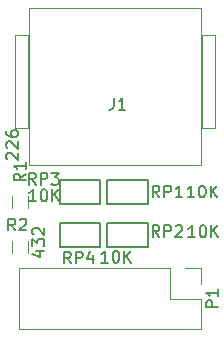
<source format=gto>
G04 #@! TF.FileFunction,Legend,Top*
%FSLAX46Y46*%
G04 Gerber Fmt 4.6, Leading zero omitted, Abs format (unit mm)*
G04 Created by KiCad (PCBNEW 4.0.4-stable) date 05/23/17 22:39:58*
%MOMM*%
%LPD*%
G01*
G04 APERTURE LIST*
%ADD10C,0.100000*%
%ADD11C,0.120000*%
%ADD12C,0.150000*%
G04 APERTURE END LIST*
D10*
X2424429Y27358979D02*
X16988875Y27358979D01*
X16988875Y27358979D02*
X16988875Y14067052D01*
X16988875Y14067052D02*
X2424429Y14067052D01*
X2424429Y14067052D02*
X2424429Y27358979D01*
X1252584Y25066025D02*
X2361314Y25066025D01*
X2361314Y25066025D02*
X2361314Y17204120D01*
X2361314Y17204120D02*
X1252584Y17204120D01*
X1252584Y17204120D02*
X1252584Y25066025D01*
X17077188Y25065802D02*
X18185918Y25065802D01*
X18185918Y25065802D02*
X18185918Y17203897D01*
X18185918Y17203897D02*
X17077188Y17203897D01*
X17077188Y17203897D02*
X17077188Y25065802D01*
D11*
X1034500Y10485500D02*
X1034500Y11485500D01*
X2394500Y11485500D02*
X2394500Y10485500D01*
X1034500Y6675500D02*
X1034500Y7675500D01*
X2394500Y7675500D02*
X2394500Y6675500D01*
D12*
X12494500Y12810500D02*
X12494500Y10810500D01*
X12494500Y10810500D02*
X9094500Y10810500D01*
X9094500Y10810500D02*
X9094500Y12810500D01*
X9094500Y12810500D02*
X12494500Y12810500D01*
X12494500Y9191500D02*
X12494500Y7191500D01*
X12494500Y7191500D02*
X9094500Y7191500D01*
X9094500Y7191500D02*
X9094500Y9191500D01*
X9094500Y9191500D02*
X12494500Y9191500D01*
X8494500Y12810500D02*
X8494500Y10810500D01*
X8494500Y10810500D02*
X5094500Y10810500D01*
X5094500Y10810500D02*
X5094500Y12810500D01*
X5094500Y12810500D02*
X8494500Y12810500D01*
X8494500Y9191500D02*
X8494500Y7191500D01*
X8494500Y7191500D02*
X5094500Y7191500D01*
X5094500Y7191500D02*
X5094500Y9191500D01*
X5094500Y9191500D02*
X8494500Y9191500D01*
D11*
X14414500Y5394500D02*
X1654500Y5394500D01*
X1654500Y5394500D02*
X1654500Y194500D01*
X1654500Y194500D02*
X17014500Y194500D01*
X17014500Y194500D02*
X17014500Y2794500D01*
X17014500Y2794500D02*
X14414500Y2794500D01*
X14414500Y2794500D02*
X14414500Y5394500D01*
X15684500Y5394500D02*
X17014500Y5394500D01*
X17014500Y5394500D02*
X17014500Y4064500D01*
D12*
X9626167Y19788119D02*
X9626167Y19073833D01*
X9578547Y18930976D01*
X9483309Y18835738D01*
X9340452Y18788119D01*
X9245214Y18788119D01*
X10626167Y18788119D02*
X10054738Y18788119D01*
X10340452Y18788119D02*
X10340452Y19788119D01*
X10245214Y19645262D01*
X10149976Y19550024D01*
X10054738Y19502405D01*
X2166881Y13358834D02*
X1690690Y13025500D01*
X2166881Y12787405D02*
X1166881Y12787405D01*
X1166881Y13168358D01*
X1214500Y13263596D01*
X1262119Y13311215D01*
X1357357Y13358834D01*
X1500214Y13358834D01*
X1595452Y13311215D01*
X1643071Y13263596D01*
X1690690Y13168358D01*
X1690690Y12787405D01*
X2166881Y14311215D02*
X2166881Y13739786D01*
X2166881Y14025500D02*
X1166881Y14025500D01*
X1309738Y13930262D01*
X1404976Y13835024D01*
X1452595Y13739786D01*
X627119Y14573405D02*
X579500Y14621024D01*
X531881Y14716262D01*
X531881Y14954358D01*
X579500Y15049596D01*
X627119Y15097215D01*
X722357Y15144834D01*
X817595Y15144834D01*
X960452Y15097215D01*
X1531881Y14525786D01*
X1531881Y15144834D01*
X627119Y15525786D02*
X579500Y15573405D01*
X531881Y15668643D01*
X531881Y15906739D01*
X579500Y16001977D01*
X627119Y16049596D01*
X722357Y16097215D01*
X817595Y16097215D01*
X960452Y16049596D01*
X1531881Y15478167D01*
X1531881Y16097215D01*
X531881Y16954358D02*
X531881Y16763881D01*
X579500Y16668643D01*
X627119Y16621024D01*
X769976Y16525786D01*
X960452Y16478167D01*
X1341405Y16478167D01*
X1436643Y16525786D01*
X1484262Y16573405D01*
X1531881Y16668643D01*
X1531881Y16859120D01*
X1484262Y16954358D01*
X1436643Y17001977D01*
X1341405Y17049596D01*
X1103310Y17049596D01*
X1008071Y17001977D01*
X960452Y16954358D01*
X912833Y16859120D01*
X912833Y16668643D01*
X960452Y16573405D01*
X1008071Y16525786D01*
X1103310Y16478167D01*
X1293834Y8564619D02*
X960500Y9040810D01*
X722405Y8564619D02*
X722405Y9564619D01*
X1103358Y9564619D01*
X1198596Y9517000D01*
X1246215Y9469381D01*
X1293834Y9374143D01*
X1293834Y9231286D01*
X1246215Y9136048D01*
X1198596Y9088429D01*
X1103358Y9040810D01*
X722405Y9040810D01*
X1674786Y9469381D02*
X1722405Y9517000D01*
X1817643Y9564619D01*
X2055739Y9564619D01*
X2150977Y9517000D01*
X2198596Y9469381D01*
X2246215Y9374143D01*
X2246215Y9278905D01*
X2198596Y9136048D01*
X1627167Y8564619D01*
X2246215Y8564619D01*
X3087714Y6794596D02*
X3754381Y6794596D01*
X2706762Y6556500D02*
X3421048Y6318405D01*
X3421048Y6937453D01*
X2754381Y7223167D02*
X2754381Y7842215D01*
X3135333Y7508881D01*
X3135333Y7651739D01*
X3182952Y7746977D01*
X3230571Y7794596D01*
X3325810Y7842215D01*
X3563905Y7842215D01*
X3659143Y7794596D01*
X3706762Y7746977D01*
X3754381Y7651739D01*
X3754381Y7366024D01*
X3706762Y7270786D01*
X3659143Y7223167D01*
X2849619Y8223167D02*
X2802000Y8270786D01*
X2754381Y8366024D01*
X2754381Y8604120D01*
X2802000Y8699358D01*
X2849619Y8746977D01*
X2944857Y8794596D01*
X3040095Y8794596D01*
X3182952Y8746977D01*
X3754381Y8175548D01*
X3754381Y8794596D01*
X13493334Y11358119D02*
X13160000Y11834310D01*
X12921905Y11358119D02*
X12921905Y12358119D01*
X13302858Y12358119D01*
X13398096Y12310500D01*
X13445715Y12262881D01*
X13493334Y12167643D01*
X13493334Y12024786D01*
X13445715Y11929548D01*
X13398096Y11881929D01*
X13302858Y11834310D01*
X12921905Y11834310D01*
X13921905Y11358119D02*
X13921905Y12358119D01*
X14302858Y12358119D01*
X14398096Y12310500D01*
X14445715Y12262881D01*
X14493334Y12167643D01*
X14493334Y12024786D01*
X14445715Y11929548D01*
X14398096Y11881929D01*
X14302858Y11834310D01*
X13921905Y11834310D01*
X15445715Y11358119D02*
X14874286Y11358119D01*
X15160000Y11358119D02*
X15160000Y12358119D01*
X15064762Y12215262D01*
X14969524Y12120024D01*
X14874286Y12072405D01*
X16454024Y11358119D02*
X15882595Y11358119D01*
X16168309Y11358119D02*
X16168309Y12358119D01*
X16073071Y12215262D01*
X15977833Y12120024D01*
X15882595Y12072405D01*
X17073071Y12358119D02*
X17168310Y12358119D01*
X17263548Y12310500D01*
X17311167Y12262881D01*
X17358786Y12167643D01*
X17406405Y11977167D01*
X17406405Y11739071D01*
X17358786Y11548595D01*
X17311167Y11453357D01*
X17263548Y11405738D01*
X17168310Y11358119D01*
X17073071Y11358119D01*
X16977833Y11405738D01*
X16930214Y11453357D01*
X16882595Y11548595D01*
X16834976Y11739071D01*
X16834976Y11977167D01*
X16882595Y12167643D01*
X16930214Y12262881D01*
X16977833Y12310500D01*
X17073071Y12358119D01*
X17834976Y11358119D02*
X17834976Y12358119D01*
X18406405Y11358119D02*
X17977833Y11929548D01*
X18406405Y12358119D02*
X17834976Y11786690D01*
X13493334Y7993119D02*
X13160000Y8469310D01*
X12921905Y7993119D02*
X12921905Y8993119D01*
X13302858Y8993119D01*
X13398096Y8945500D01*
X13445715Y8897881D01*
X13493334Y8802643D01*
X13493334Y8659786D01*
X13445715Y8564548D01*
X13398096Y8516929D01*
X13302858Y8469310D01*
X12921905Y8469310D01*
X13921905Y7993119D02*
X13921905Y8993119D01*
X14302858Y8993119D01*
X14398096Y8945500D01*
X14445715Y8897881D01*
X14493334Y8802643D01*
X14493334Y8659786D01*
X14445715Y8564548D01*
X14398096Y8516929D01*
X14302858Y8469310D01*
X13921905Y8469310D01*
X14874286Y8897881D02*
X14921905Y8945500D01*
X15017143Y8993119D01*
X15255239Y8993119D01*
X15350477Y8945500D01*
X15398096Y8897881D01*
X15445715Y8802643D01*
X15445715Y8707405D01*
X15398096Y8564548D01*
X14826667Y7993119D01*
X15445715Y7993119D01*
X16517524Y7993119D02*
X15946095Y7993119D01*
X16231809Y7993119D02*
X16231809Y8993119D01*
X16136571Y8850262D01*
X16041333Y8755024D01*
X15946095Y8707405D01*
X17136571Y8993119D02*
X17231810Y8993119D01*
X17327048Y8945500D01*
X17374667Y8897881D01*
X17422286Y8802643D01*
X17469905Y8612167D01*
X17469905Y8374071D01*
X17422286Y8183595D01*
X17374667Y8088357D01*
X17327048Y8040738D01*
X17231810Y7993119D01*
X17136571Y7993119D01*
X17041333Y8040738D01*
X16993714Y8088357D01*
X16946095Y8183595D01*
X16898476Y8374071D01*
X16898476Y8612167D01*
X16946095Y8802643D01*
X16993714Y8897881D01*
X17041333Y8945500D01*
X17136571Y8993119D01*
X17898476Y7993119D02*
X17898476Y8993119D01*
X18469905Y7993119D02*
X18041333Y8564548D01*
X18469905Y8993119D02*
X17898476Y8421690D01*
X3016334Y12437619D02*
X2683000Y12913810D01*
X2444905Y12437619D02*
X2444905Y13437619D01*
X2825858Y13437619D01*
X2921096Y13390000D01*
X2968715Y13342381D01*
X3016334Y13247143D01*
X3016334Y13104286D01*
X2968715Y13009048D01*
X2921096Y12961429D01*
X2825858Y12913810D01*
X2444905Y12913810D01*
X3444905Y12437619D02*
X3444905Y13437619D01*
X3825858Y13437619D01*
X3921096Y13390000D01*
X3968715Y13342381D01*
X4016334Y13247143D01*
X4016334Y13104286D01*
X3968715Y13009048D01*
X3921096Y12961429D01*
X3825858Y12913810D01*
X3444905Y12913810D01*
X4349667Y13437619D02*
X4968715Y13437619D01*
X4635381Y13056667D01*
X4778239Y13056667D01*
X4873477Y13009048D01*
X4921096Y12961429D01*
X4968715Y12866190D01*
X4968715Y12628095D01*
X4921096Y12532857D01*
X4873477Y12485238D01*
X4778239Y12437619D01*
X4492524Y12437619D01*
X4397286Y12485238D01*
X4349667Y12532857D01*
X3056024Y11040619D02*
X2484595Y11040619D01*
X2770309Y11040619D02*
X2770309Y12040619D01*
X2675071Y11897762D01*
X2579833Y11802524D01*
X2484595Y11754905D01*
X3675071Y12040619D02*
X3770310Y12040619D01*
X3865548Y11993000D01*
X3913167Y11945381D01*
X3960786Y11850143D01*
X4008405Y11659667D01*
X4008405Y11421571D01*
X3960786Y11231095D01*
X3913167Y11135857D01*
X3865548Y11088238D01*
X3770310Y11040619D01*
X3675071Y11040619D01*
X3579833Y11088238D01*
X3532214Y11135857D01*
X3484595Y11231095D01*
X3436976Y11421571D01*
X3436976Y11659667D01*
X3484595Y11850143D01*
X3532214Y11945381D01*
X3579833Y11993000D01*
X3675071Y12040619D01*
X4436976Y11040619D02*
X4436976Y12040619D01*
X5008405Y11040619D02*
X4579833Y11612048D01*
X5008405Y12040619D02*
X4436976Y11469190D01*
X6000834Y5770619D02*
X5667500Y6246810D01*
X5429405Y5770619D02*
X5429405Y6770619D01*
X5810358Y6770619D01*
X5905596Y6723000D01*
X5953215Y6675381D01*
X6000834Y6580143D01*
X6000834Y6437286D01*
X5953215Y6342048D01*
X5905596Y6294429D01*
X5810358Y6246810D01*
X5429405Y6246810D01*
X6429405Y5770619D02*
X6429405Y6770619D01*
X6810358Y6770619D01*
X6905596Y6723000D01*
X6953215Y6675381D01*
X7000834Y6580143D01*
X7000834Y6437286D01*
X6953215Y6342048D01*
X6905596Y6294429D01*
X6810358Y6246810D01*
X6429405Y6246810D01*
X7857977Y6437286D02*
X7857977Y5770619D01*
X7619881Y6818238D02*
X7381786Y6103952D01*
X8000834Y6103952D01*
X9152024Y5834119D02*
X8580595Y5834119D01*
X8866309Y5834119D02*
X8866309Y6834119D01*
X8771071Y6691262D01*
X8675833Y6596024D01*
X8580595Y6548405D01*
X9771071Y6834119D02*
X9866310Y6834119D01*
X9961548Y6786500D01*
X10009167Y6738881D01*
X10056786Y6643643D01*
X10104405Y6453167D01*
X10104405Y6215071D01*
X10056786Y6024595D01*
X10009167Y5929357D01*
X9961548Y5881738D01*
X9866310Y5834119D01*
X9771071Y5834119D01*
X9675833Y5881738D01*
X9628214Y5929357D01*
X9580595Y6024595D01*
X9532976Y6215071D01*
X9532976Y6453167D01*
X9580595Y6643643D01*
X9628214Y6738881D01*
X9675833Y6786500D01*
X9771071Y6834119D01*
X10532976Y5834119D02*
X10532976Y6834119D01*
X11104405Y5834119D02*
X10675833Y6405548D01*
X11104405Y6834119D02*
X10532976Y6262690D01*
X18466881Y2056405D02*
X17466881Y2056405D01*
X17466881Y2437358D01*
X17514500Y2532596D01*
X17562119Y2580215D01*
X17657357Y2627834D01*
X17800214Y2627834D01*
X17895452Y2580215D01*
X17943071Y2532596D01*
X17990690Y2437358D01*
X17990690Y2056405D01*
X18466881Y3580215D02*
X18466881Y3008786D01*
X18466881Y3294500D02*
X17466881Y3294500D01*
X17609738Y3199262D01*
X17704976Y3104024D01*
X17752595Y3008786D01*
M02*

</source>
